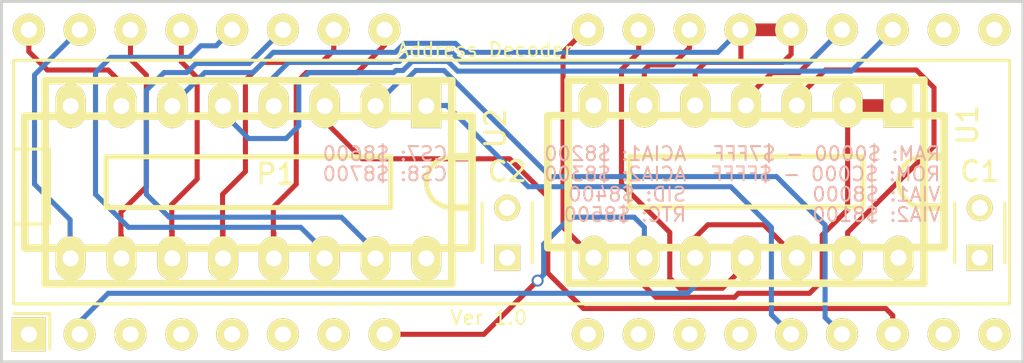
<source format=kicad_pcb>
(kicad_pcb (version 20171130) (host pcbnew "(5.1.12)-1")

  (general
    (thickness 1.6)
    (drawings 16)
    (tracks 261)
    (zones 0)
    (modules 5)
    (nets 34)
  )

  (page A4)
  (layers
    (0 F.Cu signal)
    (1 In1.Cu signal)
    (2 In2.Cu signal)
    (31 B.Cu signal)
    (33 F.Adhes user hide)
    (35 F.Paste user hide)
    (36 B.SilkS user hide)
    (37 F.SilkS user hide)
    (38 B.Mask user hide)
    (39 F.Mask user hide)
    (40 Dwgs.User user hide)
    (41 Cmts.User user hide)
    (42 Eco1.User user hide)
    (43 Eco2.User user hide)
    (44 Edge.Cuts user)
    (45 Margin user hide)
    (47 F.CrtYd user hide)
    (49 F.Fab user hide)
  )

  (setup
    (last_trace_width 0.25)
    (user_trace_width 0.254)
    (user_trace_width 0.381)
    (user_trace_width 0.635)
    (user_trace_width 0.762)
    (user_trace_width 1.27)
    (trace_clearance 0.2)
    (zone_clearance 0.308)
    (zone_45_only no)
    (trace_min 0.2)
    (via_size 0.6)
    (via_drill 0.4)
    (via_min_size 0.4)
    (via_min_drill 0.3)
    (uvia_size 0.3)
    (uvia_drill 0.1)
    (uvias_allowed no)
    (uvia_min_size 0.2)
    (uvia_min_drill 0.1)
    (edge_width 0.15)
    (segment_width 0.2)
    (pcb_text_width 0.3)
    (pcb_text_size 1.5 1.5)
    (mod_edge_width 0.15)
    (mod_text_size 1 1)
    (mod_text_width 0.15)
    (pad_size 1.524 1.524)
    (pad_drill 0.762)
    (pad_to_mask_clearance 0.2)
    (aux_axis_origin 0 0)
    (visible_elements 7FFEFFFF)
    (pcbplotparams
      (layerselection 0x010f0_80000007)
      (usegerberextensions true)
      (usegerberattributes true)
      (usegerberadvancedattributes true)
      (creategerberjobfile true)
      (excludeedgelayer true)
      (linewidth 0.100000)
      (plotframeref false)
      (viasonmask false)
      (mode 1)
      (useauxorigin false)
      (hpglpennumber 1)
      (hpglpenspeed 20)
      (hpglpendiameter 15.000000)
      (psnegative false)
      (psa4output false)
      (plotreference true)
      (plotvalue true)
      (plotinvisibletext false)
      (padsonsilk false)
      (subtractmaskfromsilk true)
      (outputformat 1)
      (mirror false)
      (drillshape 0)
      (scaleselection 1)
      (outputdirectory "Gerbers/"))
  )

  (net 0 "")
  (net 1 GND)
  (net 2 VCC)
  (net 3 "Net-(P1-Pad3)")
  (net 4 "Net-(P1-Pad4)")
  (net 5 "Net-(P1-Pad5)")
  (net 6 A8)
  (net 7 A9)
  (net 8 A10)
  (net 9 "Net-(P1-Pad12)")
  (net 10 "Net-(P1-Pad13)")
  (net 11 A13)
  (net 12 A14)
  (net 13 A15)
  (net 14 RW)
  (net 15 PHI2)
  (net 16 OE)
  (net 17 CS_VIA1)
  (net 18 CS_VIA2)
  (net 19 CS_ACIA1)
  (net 20 CS_ACIA2)
  (net 21 CS_SID)
  (net 22 CS_RTC)
  (net 23 CS7)
  (net 24 CS8)
  (net 25 WE)
  (net 26 ROM_CE)
  (net 27 "Net-(U1-Pad13)")
  (net 28 "Net-(P1-Pad6)")
  (net 29 "Net-(P1-Pad7)")
  (net 30 "Net-(P1-Pad14)")
  (net 31 "Net-(P1-Pad15)")
  (net 32 "Net-(P1-Pad19)")
  (net 33 "Net-(P1-Pad22)")

  (net_class Default "This is the default net class."
    (clearance 0.2)
    (trace_width 0.25)
    (via_dia 0.6)
    (via_drill 0.4)
    (uvia_dia 0.3)
    (uvia_drill 0.1)
    (add_net A10)
    (add_net A13)
    (add_net A14)
    (add_net A15)
    (add_net A8)
    (add_net A9)
    (add_net CS7)
    (add_net CS8)
    (add_net CS_ACIA1)
    (add_net CS_ACIA2)
    (add_net CS_RTC)
    (add_net CS_SID)
    (add_net CS_VIA1)
    (add_net CS_VIA2)
    (add_net GND)
    (add_net "Net-(P1-Pad12)")
    (add_net "Net-(P1-Pad13)")
    (add_net "Net-(P1-Pad14)")
    (add_net "Net-(P1-Pad15)")
    (add_net "Net-(P1-Pad19)")
    (add_net "Net-(P1-Pad22)")
    (add_net "Net-(P1-Pad3)")
    (add_net "Net-(P1-Pad4)")
    (add_net "Net-(P1-Pad5)")
    (add_net "Net-(P1-Pad6)")
    (add_net "Net-(P1-Pad7)")
    (add_net "Net-(U1-Pad13)")
    (add_net OE)
    (add_net PHI2)
    (add_net ROM_CE)
    (add_net RW)
    (add_net VCC)
    (add_net WE)
  )

  (module decoder_footprint (layer F.Cu) (tedit 573E7F44) (tstamp 0)
    (at 130.429 97.917)
    (descr "Support TEXTOOL Dil 40 pins, pads ronds, e=600 mils")
    (tags DEV)
    (path /56E61EEE)
    (fp_text reference P1 (at 12.319 -8.001) (layer F.SilkS)
      (effects (font (size 1 1) (thickness 0.15)))
    )
    (fp_text value CONN_02X20_DIP40 (at 24.1 -7.6) (layer F.Fab)
      (effects (font (size 1 1) (thickness 0.15)))
    )
    (fp_line (start -0.792 -1.504) (end -0.792 -13.696) (layer F.SilkS) (width 0.15))
    (fp_line (start 48.992 -1.504) (end -0.792 -1.504) (layer F.SilkS) (width 0.15))
    (fp_line (start 48.992 -13.696) (end 48.992 -1.504) (layer F.SilkS) (width 0.15))
    (fp_line (start -0.792 -13.696) (end 48.992 -13.696) (layer F.SilkS) (width 0.15))
    (fp_line (start 1 -5.5) (end -0.75 -5.5) (layer F.SilkS) (width 0.15))
    (fp_line (start 1 -9.25) (end 1 -5.5) (layer F.SilkS) (width 0.15))
    (fp_line (start -0.75 -9.25) (end 1 -9.25) (layer F.SilkS) (width 0.15))
    (fp_line (start 1.016 -1.016) (end -0.762 -1.016) (layer F.SilkS) (width 0.15))
    (fp_line (start 1.016 0.762) (end 1.016 -1.016) (layer F.SilkS) (width 0.15))
    (pad 1 thru_hole rect (at -0.03 0.02) (size 1.7 1.7) (drill 0.8) (layers *.Cu *.Mask F.SilkS)
      (net 2 VCC))
    (pad 2 thru_hole circle (at 2.51 0.02) (size 1.6 1.6) (drill 0.8) (layers *.Cu *.Mask F.SilkS)
      (net 15 PHI2))
    (pad 3 thru_hole circle (at 5.05 0.02) (size 1.6 1.6) (drill 0.8) (layers *.Cu *.Mask F.SilkS)
      (net 3 "Net-(P1-Pad3)"))
    (pad 4 thru_hole circle (at 7.59 0.02) (size 1.6 1.6) (drill 0.8) (layers *.Cu *.Mask F.SilkS)
      (net 4 "Net-(P1-Pad4)"))
    (pad 5 thru_hole circle (at 10.13 0.02) (size 1.6 1.6) (drill 0.8) (layers *.Cu *.Mask F.SilkS)
      (net 5 "Net-(P1-Pad5)"))
    (pad 6 thru_hole circle (at 12.67 0.02) (size 1.6 1.6) (drill 0.8) (layers *.Cu *.Mask F.SilkS)
      (net 28 "Net-(P1-Pad6)"))
    (pad 7 thru_hole circle (at 15.21 0.02) (size 1.6 1.6) (drill 0.8) (layers *.Cu *.Mask F.SilkS)
      (net 29 "Net-(P1-Pad7)"))
    (pad 8 thru_hole circle (at 17.75 0.02) (size 1.6 1.6) (drill 0.8) (layers *.Cu *.Mask F.SilkS)
      (net 14 RW))
    (pad 12 thru_hole circle (at 27.91 0.02) (size 1.6 1.6) (drill 0.8) (layers *.Cu *.Mask F.SilkS)
      (net 9 "Net-(P1-Pad12)"))
    (pad 13 thru_hole circle (at 30.45 0.02) (size 1.6 1.6) (drill 0.8) (layers *.Cu *.Mask F.SilkS)
      (net 10 "Net-(P1-Pad13)"))
    (pad 14 thru_hole circle (at 32.99 0.02) (size 1.6 1.6) (drill 0.8) (layers *.Cu *.Mask F.SilkS)
      (net 30 "Net-(P1-Pad14)"))
    (pad 15 thru_hole circle (at 35.53 0.02) (size 1.6 1.6) (drill 0.8) (layers *.Cu *.Mask F.SilkS)
      (net 31 "Net-(P1-Pad15)"))
    (pad 16 thru_hole circle (at 38.07 0.02) (size 1.6 1.6) (drill 0.8) (layers *.Cu *.Mask F.SilkS)
      (net 6 A8))
    (pad 17 thru_hole circle (at 40.61 0.02) (size 1.6 1.6) (drill 0.8) (layers *.Cu *.Mask F.SilkS)
      (net 7 A9))
    (pad 18 thru_hole circle (at 43.15 0.02) (size 1.6 1.6) (drill 0.8) (layers *.Cu *.Mask F.SilkS)
      (net 8 A10))
    (pad 19 thru_hole circle (at 45.69 0.02) (size 1.6 1.6) (drill 0.8) (layers *.Cu *.Mask F.SilkS)
      (net 32 "Net-(P1-Pad19)"))
    (pad 20 thru_hole circle (at 48.23 0.02) (size 1.6 1.6) (drill 0.8) (layers *.Cu *.Mask F.SilkS)
      (net 1 GND))
    (pad 21 thru_hole circle (at 48.23 -15.22) (size 1.6 1.6) (drill 0.8) (layers *.Cu *.Mask F.SilkS)
      (net 2 VCC))
    (pad 22 thru_hole circle (at 45.69 -15.22) (size 1.6 1.6) (drill 0.8) (layers *.Cu *.Mask F.SilkS)
      (net 33 "Net-(P1-Pad22)"))
    (pad 23 thru_hole circle (at 43.15 -15.22) (size 1.6 1.6) (drill 0.8) (layers *.Cu *.Mask F.SilkS)
      (net 11 A13))
    (pad 24 thru_hole circle (at 40.61 -15.22) (size 1.6 1.6) (drill 0.8) (layers *.Cu *.Mask F.SilkS)
      (net 12 A14))
    (pad 25 thru_hole circle (at 38.07 -15.22) (size 1.6 1.6) (drill 0.8) (layers *.Cu *.Mask F.SilkS)
      (net 13 A15))
    (pad 26 thru_hole circle (at 35.53 -15.22) (size 1.6 1.6) (drill 0.8) (layers *.Cu *.Mask F.SilkS)
      (net 13 A15))
    (pad 27 thru_hole circle (at 32.99 -15.22) (size 1.6 1.6) (drill 0.8) (layers *.Cu *.Mask F.SilkS)
      (net 26 ROM_CE))
    (pad 28 thru_hole circle (at 30.45 -15.22) (size 1.6 1.6) (drill 0.8) (layers *.Cu *.Mask F.SilkS)
      (net 25 WE))
    (pad 29 thru_hole circle (at 27.91 -15.22) (size 1.6 1.6) (drill 0.8) (layers *.Cu *.Mask F.SilkS)
      (net 16 OE))
    (pad 33 thru_hole circle (at 17.75 -15.22) (size 1.6 1.6) (drill 0.8) (layers *.Cu *.Mask F.SilkS)
      (net 19 CS_ACIA1))
    (pad 34 thru_hole circle (at 15.21 -15.22) (size 1.6 1.6) (drill 0.8) (layers *.Cu *.Mask F.SilkS)
      (net 20 CS_ACIA2))
    (pad 35 thru_hole circle (at 12.67 -15.22) (size 1.6 1.6) (drill 0.8) (layers *.Cu *.Mask F.SilkS)
      (net 17 CS_VIA1))
    (pad 36 thru_hole circle (at 10.13 -15.22) (size 1.6 1.6) (drill 0.8) (layers *.Cu *.Mask F.SilkS)
      (net 18 CS_VIA2))
    (pad 37 thru_hole circle (at 7.59 -15.22) (size 1.6 1.6) (drill 0.8) (layers *.Cu *.Mask F.SilkS)
      (net 21 CS_SID))
    (pad 38 thru_hole circle (at 5.05 -15.22) (size 1.6 1.6) (drill 0.8) (layers *.Cu *.Mask F.SilkS)
      (net 22 CS_RTC))
    (pad 39 thru_hole circle (at 2.51 -15.22) (size 1.6 1.6) (drill 0.8) (layers *.Cu *.Mask F.SilkS)
      (net 23 CS7))
    (pad 40 thru_hole circle (at -0.03 -15.22) (size 1.6 1.6) (drill 0.8) (layers *.Cu *.Mask F.SilkS)
      (net 24 CS8))
    (model Pin_Headers.3dshapes/Pin_Header_Straight_1x08.wrl
      (offset (xyz 8.889999866485596 15.23999977111816 -1.752599973678589))
      (scale (xyz 1 1 1))
      (rotate (xyz 180 0 0))
    )
    (model Pin_Headers.3dshapes/Pin_Header_Straight_1x08.wrl
      (offset (xyz 8.889999866485596 0 -1.752599973678589))
      (scale (xyz 1 1 1))
      (rotate (xyz 180 0 0))
    )
    (model Pin_Headers.3dshapes/Pin_Header_Straight_1x09.wrl
      (offset (xyz 38.09999942779541 15.23999977111816 -1.752599973678589))
      (scale (xyz 1 1 1))
      (rotate (xyz 180 0 0))
    )
    (model Pin_Headers.3dshapes/Pin_Header_Straight_1x09.wrl
      (offset (xyz 38.09999942779541 0 -1.752599973678589))
      (scale (xyz 1 1 1))
      (rotate (xyz 180 0 0))
    )
  )

  (module mod_pth_circuits:dil_16-300_socket (layer F.Cu) (tedit 573E3B38) (tstamp 573E3F33)
    (at 141.376 90.3224 180)
    (descr "IC, DIL16 x 0,3\", with socket")
    (tags DIL)
    (path /56E5FBCE)
    (fp_text reference U2 (at -12.3444 2.6924 270) (layer F.SilkS)
      (effects (font (size 1 1) (thickness 0.15)))
    )
    (fp_text value 74LS138N (at 0 6.604 180) (layer F.SilkS) hide
      (effects (font (size 1.524 1.143) (thickness 0.28575)))
    )
    (fp_line (start -11.176 3.302) (end -11.176 -3.302) (layer F.SilkS) (width 0.381))
    (fp_line (start 11.176 -3.302) (end 11.176 3.302) (layer F.SilkS) (width 0.381))
    (fp_line (start -10.16 5.08) (end -10.16 -5.08) (layer F.SilkS) (width 0.381))
    (fp_line (start 10.16 -5.08) (end 10.16 5.08) (layer F.SilkS) (width 0.381))
    (fp_line (start 7.112 1.27) (end 7.112 -1.27) (layer F.SilkS) (width 0.254))
    (fp_line (start -7.112 -1.27) (end -7.112 1.27) (layer F.SilkS) (width 0.254))
    (fp_line (start -10.16 -1.27) (end -11.176 -1.27) (layer F.SilkS) (width 0.381))
    (fp_line (start -10.16 1.27) (end -11.176 1.27) (layer F.SilkS) (width 0.381))
    (fp_line (start -11.176 -3.302) (end 11.176 -3.302) (layer F.SilkS) (width 0.381))
    (fp_line (start 11.176 3.302) (end -11.176 3.302) (layer F.SilkS) (width 0.381))
    (fp_line (start -10.16 5.08) (end 10.16 5.08) (layer F.SilkS) (width 0.381))
    (fp_line (start 10.16 -5.08) (end -10.16 -5.08) (layer F.SilkS) (width 0.381))
    (fp_line (start -7.112 -1.27) (end 7.112 -1.27) (layer F.SilkS) (width 0.254))
    (fp_line (start 7.112 1.27) (end -7.112 1.27) (layer F.SilkS) (width 0.254))
    (fp_arc (start -10.16 0) (end -10.16 -1.27) (angle 90) (layer F.SilkS) (width 0.254))
    (fp_arc (start -10.16 0) (end -8.89 0) (angle 90) (layer F.SilkS) (width 0.254))
    (pad 1 thru_hole rect (at -8.89 3.81 180) (size 1.50114 2.19964) (drill 0.8001) (layers *.Cu *.Mask F.SilkS)
      (net 6 A8))
    (pad 2 thru_hole oval (at -6.35 3.81 180) (size 1.50114 2.19964) (drill 0.8001) (layers *.Cu *.Mask F.SilkS)
      (net 7 A9))
    (pad 3 thru_hole oval (at -3.81 3.81 180) (size 1.50114 2.19964) (drill 0.8001) (layers *.Cu *.Mask F.SilkS)
      (net 8 A10))
    (pad 4 thru_hole oval (at -1.27 3.81 180) (size 1.50114 2.19964) (drill 0.8001) (layers *.Cu *.Mask F.SilkS)
      (net 12 A14))
    (pad 5 thru_hole oval (at 1.27 3.81 180) (size 1.50114 2.19964) (drill 0.8001) (layers *.Cu *.Mask F.SilkS)
      (net 11 A13))
    (pad 6 thru_hole oval (at 3.81 3.81 180) (size 1.50114 2.19964) (drill 0.8001) (layers *.Cu *.Mask F.SilkS)
      (net 13 A15))
    (pad 7 thru_hole oval (at 6.35 3.81 180) (size 1.50114 2.19964) (drill 0.8001) (layers *.Cu *.Mask F.SilkS)
      (net 24 CS8))
    (pad 8 thru_hole oval (at 8.89 3.81 180) (size 1.50114 2.19964) (drill 0.8001) (layers *.Cu *.Mask F.SilkS)
      (net 1 GND))
    (pad 9 thru_hole oval (at 8.89 -3.81 180) (size 1.50114 2.19964) (drill 0.8001) (layers *.Cu *.Mask F.SilkS)
      (net 23 CS7))
    (pad 10 thru_hole oval (at 6.35 -3.81 180) (size 1.50114 2.19964) (drill 0.8001) (layers *.Cu *.Mask F.SilkS)
      (net 22 CS_RTC))
    (pad 11 thru_hole oval (at 3.81 -3.81 180) (size 1.50114 2.19964) (drill 0.8001) (layers *.Cu *.Mask F.SilkS)
      (net 21 CS_SID))
    (pad 12 thru_hole oval (at 1.27 -3.81 180) (size 1.50114 2.19964) (drill 0.8001) (layers *.Cu *.Mask F.SilkS)
      (net 20 CS_ACIA2))
    (pad 13 thru_hole oval (at -1.27 -3.81 180) (size 1.50114 2.19964) (drill 0.8001) (layers *.Cu *.Mask F.SilkS)
      (net 19 CS_ACIA1))
    (pad 14 thru_hole oval (at -3.81 -3.81 180) (size 1.50114 2.19964) (drill 0.8001) (layers *.Cu *.Mask F.SilkS)
      (net 18 CS_VIA2))
    (pad 15 thru_hole oval (at -6.35 -3.81 180) (size 1.50114 2.19964) (drill 0.8001) (layers *.Cu *.Mask F.SilkS)
      (net 17 CS_VIA1))
    (pad 16 thru_hole oval (at -8.89 -3.81 180) (size 1.50114 2.19964) (drill 0.8001) (layers *.Cu *.Mask F.SilkS)
      (net 2 VCC))
    (model "../../../../../../Users/Stache/Documents/KiCad Projects/3DModels/3d_pth_circuits/walter/pth_circuits/dil_16-300_socket.wrl"
      (at (xyz 0 0 0))
      (scale (xyz 1 1 1))
      (rotate (xyz 0 0 0))
    )
  )

  (module mod_pth_circuits:dil_14-300_socket (layer F.Cu) (tedit 573E3ADF) (tstamp 573E3F12)
    (at 166.243 90.297 180)
    (descr "IC, DIL14 x 0,3\", with socket")
    (tags DIL)
    (path /56E5DDF2)
    (fp_text reference U1 (at -11.0744 2.8448 270) (layer F.SilkS)
      (effects (font (size 1 1) (thickness 0.15)))
    )
    (fp_text value 74LS00 (at 0 6.604 180) (layer F.SilkS) hide
      (effects (font (size 1.524 1.143) (thickness 0.28575)))
    )
    (fp_line (start -9.906 3.302) (end -9.906 -3.302) (layer F.SilkS) (width 0.381))
    (fp_line (start 9.906 -3.302) (end 9.906 3.302) (layer F.SilkS) (width 0.381))
    (fp_line (start -8.89 5.08) (end -8.89 -5.08) (layer F.SilkS) (width 0.381))
    (fp_line (start 8.89 -5.08) (end 8.89 5.08) (layer F.SilkS) (width 0.381))
    (fp_line (start 5.842 1.27) (end 5.842 -1.27) (layer F.SilkS) (width 0.254))
    (fp_line (start -5.842 -1.27) (end -5.842 1.27) (layer F.SilkS) (width 0.254))
    (fp_line (start -8.89 -1.27) (end -9.906 -1.27) (layer F.SilkS) (width 0.381))
    (fp_line (start -8.89 1.27) (end -9.906 1.27) (layer F.SilkS) (width 0.381))
    (fp_line (start -5.842 -1.27) (end 5.842 -1.27) (layer F.SilkS) (width 0.254))
    (fp_line (start 5.842 1.27) (end -5.842 1.27) (layer F.SilkS) (width 0.254))
    (fp_line (start -9.906 -3.302) (end 9.906 -3.302) (layer F.SilkS) (width 0.381))
    (fp_line (start 9.906 3.302) (end -9.906 3.302) (layer F.SilkS) (width 0.381))
    (fp_line (start -8.89 5.08) (end 8.89 5.08) (layer F.SilkS) (width 0.381))
    (fp_line (start 8.89 -5.08) (end -8.89 -5.08) (layer F.SilkS) (width 0.381))
    (fp_arc (start -8.89 0) (end -8.89 -1.27) (angle 90) (layer F.SilkS) (width 0.254))
    (fp_arc (start -8.89 0) (end -7.62 0) (angle 90) (layer F.SilkS) (width 0.254))
    (pad 1 thru_hole rect (at -7.62 3.81 180) (size 1.50114 2.19964) (drill 0.8001) (layers *.Cu *.Mask F.SilkS)
      (net 14 RW))
    (pad 2 thru_hole oval (at -5.08 3.81 180) (size 1.50114 2.19964) (drill 0.8001) (layers *.Cu *.Mask F.SilkS)
      (net 14 RW))
    (pad 3 thru_hole oval (at -2.54 3.81 180) (size 1.50114 2.19964) (drill 0.8001) (layers *.Cu *.Mask F.SilkS)
      (net 27 "Net-(U1-Pad13)"))
    (pad 4 thru_hole oval (at 0 3.81 180) (size 1.50114 2.19964) (drill 0.8001) (layers *.Cu *.Mask F.SilkS)
      (net 12 A14))
    (pad 5 thru_hole oval (at 2.54 3.81 180) (size 1.50114 2.19964) (drill 0.8001) (layers *.Cu *.Mask F.SilkS)
      (net 13 A15))
    (pad 6 thru_hole oval (at 5.08 3.81 180) (size 1.50114 2.19964) (drill 0.8001) (layers *.Cu *.Mask F.SilkS)
      (net 26 ROM_CE))
    (pad 7 thru_hole oval (at 7.62 3.81 180) (size 1.50114 2.19964) (drill 0.8001) (layers *.Cu *.Mask F.SilkS)
      (net 1 GND))
    (pad 8 thru_hole oval (at 7.62 -3.81 180) (size 1.50114 2.19964) (drill 0.8001) (layers *.Cu *.Mask F.SilkS)
      (net 16 OE))
    (pad 9 thru_hole oval (at 5.08 -3.81 180) (size 1.50114 2.19964) (drill 0.8001) (layers *.Cu *.Mask F.SilkS)
      (net 14 RW))
    (pad 10 thru_hole oval (at 2.54 -3.81 180) (size 1.50114 2.19964) (drill 0.8001) (layers *.Cu *.Mask F.SilkS)
      (net 15 PHI2))
    (pad 11 thru_hole oval (at 0 -3.81 180) (size 1.50114 2.19964) (drill 0.8001) (layers *.Cu *.Mask F.SilkS)
      (net 25 WE))
    (pad 12 thru_hole oval (at -2.54 -3.81 180) (size 1.50114 2.19964) (drill 0.8001) (layers *.Cu *.Mask F.SilkS)
      (net 15 PHI2))
    (pad 13 thru_hole oval (at -5.08 -3.81 180) (size 1.50114 2.19964) (drill 0.8001) (layers *.Cu *.Mask F.SilkS)
      (net 27 "Net-(U1-Pad13)"))
    (pad 14 thru_hole oval (at -7.62 -3.81 180) (size 1.50114 2.19964) (drill 0.8001) (layers *.Cu *.Mask F.SilkS)
      (net 2 VCC))
    (model "../../../../../../Users/Stache/Documents/KiCad Projects/3DModels/3d_pth_circuits/walter/pth_circuits/dil_14-300_socket.wrl"
      (at (xyz 0 0 0))
      (scale (xyz 1 1 1))
      (rotate (xyz 0 0 0))
    )
  )

  (module Capacitors_ThroughHole:C_Disc_D3_P2.5 (layer F.Cu) (tedit 0) (tstamp 0)
    (at 177.927 94.107 90)
    (descr "Capacitor 3mm Disc, Pitch 2.5mm")
    (tags Capacitor)
    (path /56E60E2C)
    (fp_text reference C1 (at 4.318 0 180) (layer F.SilkS)
      (effects (font (size 1 1) (thickness 0.15)))
    )
    (fp_text value .1uf (at 1.25 2.5 90) (layer F.Fab)
      (effects (font (size 1 1) (thickness 0.15)))
    )
    (fp_line (start 2.75 1.25) (end -0.25 1.25) (layer F.SilkS) (width 0.15))
    (fp_line (start -0.25 -1.25) (end 2.75 -1.25) (layer F.SilkS) (width 0.15))
    (fp_line (start -0.9 1.5) (end -0.9 -1.5) (layer F.CrtYd) (width 0.05))
    (fp_line (start 3.4 1.5) (end -0.9 1.5) (layer F.CrtYd) (width 0.05))
    (fp_line (start 3.4 -1.5) (end 3.4 1.5) (layer F.CrtYd) (width 0.05))
    (fp_line (start -0.9 -1.5) (end 3.4 -1.5) (layer F.CrtYd) (width 0.05))
    (pad 1 thru_hole rect (at 0 0 90) (size 1.3 1.3) (drill 0.8) (layers *.Cu *.Mask F.SilkS)
      (net 1 GND))
    (pad 2 thru_hole circle (at 2.5 0 90) (size 1.3 1.3) (drill 0.8001) (layers *.Cu *.Mask F.SilkS)
      (net 2 VCC))
    (model Capacitors_ThroughHole.3dshapes/C_Disc_D3_P2.5.wrl
      (offset (xyz 1.250000021226883 0 0))
      (scale (xyz 1 1 1))
      (rotate (xyz 0 0 0))
    )
  )

  (module Capacitors_ThroughHole:C_Disc_D3_P2.5 (layer F.Cu) (tedit 0) (tstamp 56E4949B)
    (at 154.305 94.107 90)
    (descr "Capacitor 3mm Disc, Pitch 2.5mm")
    (tags Capacitor)
    (path /56E631A3)
    (fp_text reference C2 (at 4.318 0 180) (layer F.SilkS)
      (effects (font (size 1 1) (thickness 0.15)))
    )
    (fp_text value .1uf (at 1.25 2.5 90) (layer F.Fab)
      (effects (font (size 1 1) (thickness 0.15)))
    )
    (fp_line (start 2.75 1.25) (end -0.25 1.25) (layer F.SilkS) (width 0.15))
    (fp_line (start -0.25 -1.25) (end 2.75 -1.25) (layer F.SilkS) (width 0.15))
    (fp_line (start -0.9 1.5) (end -0.9 -1.5) (layer F.CrtYd) (width 0.05))
    (fp_line (start 3.4 1.5) (end -0.9 1.5) (layer F.CrtYd) (width 0.05))
    (fp_line (start 3.4 -1.5) (end 3.4 1.5) (layer F.CrtYd) (width 0.05))
    (fp_line (start -0.9 -1.5) (end 3.4 -1.5) (layer F.CrtYd) (width 0.05))
    (pad 1 thru_hole rect (at 0 0 90) (size 1.3 1.3) (drill 0.8) (layers *.Cu *.Mask F.SilkS)
      (net 2 VCC))
    (pad 2 thru_hole circle (at 2.5 0 90) (size 1.3 1.3) (drill 0.8001) (layers *.Cu *.Mask F.SilkS)
      (net 1 GND))
    (model Capacitors_ThroughHole.3dshapes/C_Disc_D3_P2.5.wrl
      (offset (xyz 1.250000021226883 0 0))
      (scale (xyz 1 1 1))
      (rotate (xyz 0 0 0))
    )
  )

  (gr_text "Ver 1.0" (at 153.3906 97.1042) (layer F.SilkS)
    (effects (font (size 0.7 0.7) (thickness 0.1)))
  )
  (gr_text "Address Decoder" (at 153.1874 83.693) (layer F.SilkS)
    (effects (font (size 0.7 0.7) (thickness 0.1)))
  )
  (gr_text "CS8: $8700" (at 151.384 89.916) (layer B.SilkS)
    (effects (font (size 0.7 0.7) (thickness 0.1)) (justify left mirror))
  )
  (gr_text "CS7: $8600" (at 151.384 88.9) (layer B.SilkS)
    (effects (font (size 0.7 0.7) (thickness 0.1)) (justify left mirror))
  )
  (gr_text "RTC: $8500" (at 163.322 91.948) (layer B.SilkS)
    (effects (font (size 0.7 0.7) (thickness 0.1)) (justify left mirror))
  )
  (gr_text "SID: $8400" (at 163.322 90.932) (layer B.SilkS)
    (effects (font (size 0.7 0.7) (thickness 0.1)) (justify left mirror))
  )
  (gr_text "ACIA2: $8300" (at 163.322 89.916) (layer B.SilkS)
    (effects (font (size 0.7 0.7) (thickness 0.1)) (justify left mirror))
  )
  (gr_text "ACIA1: $8200" (at 163.322 88.9) (layer B.SilkS)
    (effects (font (size 0.7 0.7) (thickness 0.1)) (justify left mirror))
  )
  (gr_text "VIA2: $8100" (at 176.022 91.948) (layer B.SilkS)
    (effects (font (size 0.7 0.7) (thickness 0.1)) (justify left mirror))
  )
  (gr_text "VIA1: $8000" (at 176.022 90.932) (layer B.SilkS)
    (effects (font (size 0.7 0.7) (thickness 0.1)) (justify left mirror))
  )
  (gr_text "ROM: $C000 - $FFFF" (at 176.022 89.916) (layer B.SilkS)
    (effects (font (size 0.7 0.7) (thickness 0.1)) (justify left mirror))
  )
  (gr_text "RAM: $0000 - $7FFF\n" (at 176.022 88.9) (layer B.SilkS)
    (effects (font (size 0.7 0.7) (thickness 0.1)) (justify left mirror))
  )
  (gr_line (start 129.032 99.314) (end 129.032 81.28) (angle 90) (layer Edge.Cuts) (width 0.15))
  (gr_line (start 180.086 99.314) (end 129.032 99.314) (angle 90) (layer Edge.Cuts) (width 0.15))
  (gr_line (start 180.086 81.28) (end 180.086 99.314) (angle 90) (layer Edge.Cuts) (width 0.15))
  (gr_line (start 129.032 81.28) (end 180.086 81.28) (angle 90) (layer Edge.Cuts) (width 0.15))

  (segment (start 158.623 86.487) (end 157.5473 86.487) (width 0.25) (layer In2.Cu) (net 1))
  (segment (start 132.486 86.5124) (end 133.5617 86.5124) (width 0.25) (layer In2.Cu) (net 1))
  (segment (start 133.5617 86.5124) (end 133.5617 87.0502) (width 0.25) (layer In2.Cu) (net 1))
  (segment (start 133.5617 87.0502) (end 134.4638 87.9523) (width 0.25) (layer In2.Cu) (net 1))
  (segment (start 134.4638 87.9523) (end 156.082 87.9523) (width 0.25) (layer In2.Cu) (net 1))
  (segment (start 156.082 87.9523) (end 157.5473 86.487) (width 0.25) (layer In2.Cu) (net 1))
  (segment (start 177.927 94.107) (end 176.9519 94.107) (width 0.25) (layer In2.Cu) (net 1))
  (segment (start 154.305 91.607) (end 174.4519 91.607) (width 0.25) (layer In2.Cu) (net 1))
  (segment (start 174.4519 91.607) (end 176.9519 94.107) (width 0.25) (layer In2.Cu) (net 1))
  (segment (start 177.927 94.107) (end 177.927 95.0821) (width 0.25) (layer In1.Cu) (net 1))
  (segment (start 177.927 95.0821) (end 178.659 95.8141) (width 0.25) (layer In1.Cu) (net 1))
  (segment (start 178.659 95.8141) (end 178.659 97.937) (width 0.25) (layer In1.Cu) (net 1))
  (segment (start 158.623 86.487) (end 158.623 87.912) (width 0.25) (layer In1.Cu) (net 1))
  (segment (start 154.305 91.607) (end 158 87.912) (width 0.25) (layer In1.Cu) (net 1))
  (segment (start 158 87.912) (end 158.623 87.912) (width 0.25) (layer In1.Cu) (net 1))
  (segment (start 130.399 97.937) (end 131.5741 97.937) (width 0.25) (layer In2.Cu) (net 2))
  (segment (start 150.266 94.1324) (end 149.1903 94.1324) (width 0.25) (layer In2.Cu) (net 2))
  (segment (start 149.1903 94.1324) (end 149.1903 94.6702) (width 0.25) (layer In2.Cu) (net 2))
  (segment (start 149.1903 94.6702) (end 147.0986 96.7619) (width 0.25) (layer In2.Cu) (net 2))
  (segment (start 147.0986 96.7619) (end 132.4553 96.7619) (width 0.25) (layer In2.Cu) (net 2))
  (segment (start 132.4553 96.7619) (end 131.5741 97.6431) (width 0.25) (layer In2.Cu) (net 2))
  (segment (start 131.5741 97.6431) (end 131.5741 97.937) (width 0.25) (layer In2.Cu) (net 2))
  (segment (start 173.863 94.107) (end 172.7873 94.107) (width 0.25) (layer In2.Cu) (net 2))
  (segment (start 154.305 94.107) (end 155.2801 94.107) (width 0.25) (layer In2.Cu) (net 2))
  (segment (start 155.2801 94.107) (end 156.7192 92.6679) (width 0.25) (layer In2.Cu) (net 2))
  (segment (start 156.7192 92.6679) (end 171.8451 92.6679) (width 0.25) (layer In2.Cu) (net 2))
  (segment (start 171.8451 92.6679) (end 172.7873 93.6101) (width 0.25) (layer In2.Cu) (net 2))
  (segment (start 172.7873 93.6101) (end 172.7873 94.107) (width 0.25) (layer In2.Cu) (net 2))
  (segment (start 177.927 91.607) (end 177.927 83.429) (width 0.25) (layer In1.Cu) (net 2))
  (segment (start 177.927 83.429) (end 178.659 82.697) (width 0.25) (layer In1.Cu) (net 2))
  (segment (start 177.927 91.607) (end 177.4387 91.607) (width 0.25) (layer In1.Cu) (net 2))
  (segment (start 177.4387 91.607) (end 174.9387 94.107) (width 0.25) (layer In1.Cu) (net 2))
  (segment (start 173.863 94.107) (end 174.9387 94.107) (width 0.25) (layer In1.Cu) (net 2))
  (segment (start 150.266 94.1324) (end 151.3417 94.1324) (width 0.25) (layer In1.Cu) (net 2))
  (segment (start 154.305 94.107) (end 151.3671 94.107) (width 0.25) (layer In1.Cu) (net 2))
  (segment (start 151.3671 94.107) (end 151.3417 94.1324) (width 0.25) (layer In1.Cu) (net 2))
  (segment (start 150.2914 86.487) (end 150.266 86.5124) (width 0.25) (layer B.Cu) (net 6))
  (segment (start 150.2914 86.487) (end 151.295 86.487) (width 0.254) (layer B.Cu) (net 6))
  (segment (start 151.295 86.487) (end 155.359 90.551) (width 0.254) (layer B.Cu) (net 6))
  (segment (start 155.359 90.551) (end 165.481 90.551) (width 0.254) (layer B.Cu) (net 6))
  (segment (start 165.481 90.551) (end 167.513 92.583) (width 0.254) (layer B.Cu) (net 6))
  (segment (start 167.513 92.583) (end 167.513 96.951) (width 0.254) (layer B.Cu) (net 6))
  (segment (start 167.513 96.951) (end 168.499 97.937) (width 0.254) (layer B.Cu) (net 6))
  (segment (start 150.241 86.487) (end 150.2914 86.487) (width 0.254) (layer B.Cu) (net 6))
  (segment (start 147.726 86.462) (end 147.726 86.5124) (width 0.25) (layer B.Cu) (net 7))
  (segment (start 147.726 86.462) (end 148.971 85.217) (width 0.25) (layer B.Cu) (net 7))
  (segment (start 148.971 85.217) (end 148.971 85.184) (width 0.25) (layer B.Cu) (net 7))
  (segment (start 148.971 85.184) (end 149.283 85.184) (width 0.25) (layer B.Cu) (net 7))
  (segment (start 149.283 85.184) (end 149.631 84.836) (width 0.25) (layer B.Cu) (net 7))
  (segment (start 149.631 84.836) (end 149.733 84.7344) (width 0.25) (layer B.Cu) (net 7))
  (segment (start 149.733 84.7344) (end 151.155 84.7344) (width 0.25) (layer B.Cu) (net 7))
  (segment (start 151.155 84.7344) (end 151.433 85.012) (width 0.25) (layer B.Cu) (net 7))
  (segment (start 147.701 86.487) (end 147.726 86.462) (width 0.25) (layer B.Cu) (net 7))
  (segment (start 151.433 85.012) (end 156.464 90.043) (width 0.254) (layer B.Cu) (net 7))
  (segment (start 156.464 90.043) (end 167.767 90.043) (width 0.254) (layer B.Cu) (net 7))
  (segment (start 167.767 90.043) (end 170.196 92.472) (width 0.254) (layer B.Cu) (net 7))
  (segment (start 170.196 92.472) (end 170.196 97.094) (width 0.254) (layer B.Cu) (net 7))
  (segment (start 170.196 97.094) (end 171.039 97.937) (width 0.254) (layer B.Cu) (net 7))
  (segment (start 145.161 86.868) (end 145.186 86.843) (width 0.25) (layer F.Cu) (net 8))
  (segment (start 145.186 86.843) (end 145.186 86.5124) (width 0.25) (layer F.Cu) (net 8))
  (segment (start 145.161 86.868) (end 145.161 87.249) (width 0.254) (layer F.Cu) (net 8))
  (segment (start 145.161 87.249) (end 147.066 89.154) (width 0.254) (layer F.Cu) (net 8))
  (segment (start 147.066 89.154) (end 154.432 89.154) (width 0.254) (layer F.Cu) (net 8))
  (segment (start 154.432 89.154) (end 156.337 91.059) (width 0.254) (layer F.Cu) (net 8))
  (segment (start 156.337 91.059) (end 156.337 94.869) (width 0.254) (layer F.Cu) (net 8))
  (segment (start 156.337 94.869) (end 158.115 96.647) (width 0.254) (layer F.Cu) (net 8))
  (segment (start 158.115 96.647) (end 173.228 96.647) (width 0.254) (layer F.Cu) (net 8))
  (segment (start 173.228 96.647) (end 173.579 96.998) (width 0.254) (layer F.Cu) (net 8))
  (segment (start 173.579 96.998) (end 173.579 97.937) (width 0.254) (layer F.Cu) (net 8))
  (segment (start 145.161 86.487) (end 145.161 86.868) (width 0.254) (layer F.Cu) (net 8))
  (segment (start 140.081 86.662) (end 140.106 86.637) (width 0.25) (layer B.Cu) (net 11))
  (segment (start 140.106 86.637) (end 140.106 86.5124) (width 0.25) (layer B.Cu) (net 11))
  (segment (start 140.081 86.662) (end 140.081 86.487) (width 0.254) (layer B.Cu) (net 11))
  (segment (start 173.579 82.697) (end 171.511 84.765) (width 0.254) (layer B.Cu) (net 11))
  (segment (start 171.511 84.765) (end 151.828 84.765) (width 0.254) (layer B.Cu) (net 11))
  (segment (start 151.828 84.765) (end 151.345 84.2824) (width 0.254) (layer B.Cu) (net 11))
  (segment (start 151.345 84.2824) (end 149.546 84.2824) (width 0.254) (layer B.Cu) (net 11))
  (segment (start 149.546 84.2824) (end 149.096 84.732) (width 0.254) (layer B.Cu) (net 11))
  (segment (start 149.096 84.732) (end 148.741 84.732) (width 0.254) (layer B.Cu) (net 11))
  (segment (start 148.741 84.732) (end 148.637 84.836) (width 0.254) (layer B.Cu) (net 11))
  (segment (start 148.637 84.836) (end 144.399 84.836) (width 0.254) (layer B.Cu) (net 11))
  (segment (start 144.399 84.836) (end 143.891 85.344) (width 0.254) (layer B.Cu) (net 11))
  (segment (start 143.891 85.344) (end 143.891 87.503) (width 0.254) (layer B.Cu) (net 11))
  (segment (start 143.891 87.503) (end 143.256 88.138) (width 0.254) (layer B.Cu) (net 11))
  (segment (start 143.256 88.138) (end 141.382 88.138) (width 0.254) (layer B.Cu) (net 11))
  (segment (start 141.382 88.138) (end 140.081 86.837) (width 0.254) (layer B.Cu) (net 11))
  (segment (start 140.081 86.837) (end 140.081 86.662) (width 0.254) (layer B.Cu) (net 11))
  (segment (start 142.621 85.785) (end 142.646 85.81) (width 0.25) (layer B.Cu) (net 12))
  (segment (start 142.646 85.81) (end 142.646 86.5124) (width 0.25) (layer B.Cu) (net 12))
  (segment (start 142.621 85.785) (end 142.621 86.487) (width 0.254) (layer B.Cu) (net 12))
  (segment (start 171.039 82.697) (end 169.425 84.311) (width 0.254) (layer B.Cu) (net 12))
  (segment (start 169.425 84.311) (end 152.016 84.311) (width 0.254) (layer B.Cu) (net 12))
  (segment (start 152.016 84.311) (end 151.534 83.8284) (width 0.254) (layer B.Cu) (net 12))
  (segment (start 151.534 83.8284) (end 149.358 83.8284) (width 0.254) (layer B.Cu) (net 12))
  (segment (start 149.358 83.8284) (end 148.908 84.278) (width 0.254) (layer B.Cu) (net 12))
  (segment (start 148.908 84.278) (end 148.552 84.278) (width 0.254) (layer B.Cu) (net 12))
  (segment (start 148.552 84.278) (end 148.502 84.328) (width 0.254) (layer B.Cu) (net 12))
  (segment (start 148.502 84.328) (end 143.376 84.328) (width 0.254) (layer B.Cu) (net 12))
  (segment (start 143.376 84.328) (end 142.621 85.083) (width 0.254) (layer B.Cu) (net 12))
  (segment (start 142.621 85.083) (end 142.621 85.785) (width 0.254) (layer B.Cu) (net 12))
  (segment (start 166.243 86.487) (end 166.243 86.137) (width 0.254) (layer F.Cu) (net 12))
  (segment (start 166.243 86.137) (end 167.544 84.836) (width 0.254) (layer F.Cu) (net 12))
  (segment (start 167.544 84.836) (end 168.9 84.836) (width 0.254) (layer F.Cu) (net 12))
  (segment (start 168.9 84.836) (end 171.039 82.697) (width 0.254) (layer F.Cu) (net 12))
  (segment (start 137.566 86.462) (end 137.566 86.5124) (width 0.25) (layer B.Cu) (net 13))
  (segment (start 165.959 82.697) (end 164.832 83.824) (width 0.254) (layer B.Cu) (net 13))
  (segment (start 164.832 83.824) (end 152.171 83.824) (width 0.254) (layer B.Cu) (net 13))
  (segment (start 152.171 83.824) (end 151.722 83.3744) (width 0.254) (layer B.Cu) (net 13))
  (segment (start 151.722 83.3744) (end 149.17 83.3744) (width 0.254) (layer B.Cu) (net 13))
  (segment (start 149.17 83.3744) (end 148.72 83.824) (width 0.254) (layer B.Cu) (net 13))
  (segment (start 148.72 83.824) (end 142.617 83.824) (width 0.254) (layer B.Cu) (net 13))
  (segment (start 142.617 83.824) (end 141.605 84.836) (width 0.254) (layer B.Cu) (net 13))
  (segment (start 141.605 84.836) (end 139.192 84.836) (width 0.254) (layer B.Cu) (net 13))
  (segment (start 139.192 84.836) (end 137.566 86.462) (width 0.254) (layer B.Cu) (net 13))
  (segment (start 137.566 86.462) (end 137.541 86.487) (width 0.254) (layer B.Cu) (net 13))
  (segment (start 165.989 84.328) (end 164.211 84.328) (width 0.254) (layer F.Cu) (net 13))
  (segment (start 164.211 84.328) (end 163.703 84.836) (width 0.254) (layer F.Cu) (net 13))
  (segment (start 163.703 84.836) (end 163.703 85.598) (width 0.254) (layer F.Cu) (net 13))
  (segment (start 168.499 82.697) (end 168.499 83.917) (width 0.254) (layer F.Cu) (net 13))
  (segment (start 168.499 83.917) (end 168.088 84.328) (width 0.254) (layer F.Cu) (net 13))
  (segment (start 168.088 84.328) (end 165.989 84.328) (width 0.254) (layer F.Cu) (net 13))
  (segment (start 163.703 85.598) (end 163.703 86.487) (width 0.254) (layer F.Cu) (net 13))
  (segment (start 163.703 86.487) (end 163.703 85.598) (width 0.254) (layer F.Cu) (net 13))
  (segment (start 165.989 84.328) (end 165.989 82.727) (width 0.254) (layer F.Cu) (net 13))
  (segment (start 165.989 82.727) (end 165.959 82.697) (width 0.254) (layer F.Cu) (net 13))
  (segment (start 165.959 82.697) (end 168.499 82.697) (width 0.635) (layer F.Cu) (net 13))
  (segment (start 161.163 95.123) (end 161.163 95.511) (width 0.254) (layer F.Cu) (net 14))
  (segment (start 161.163 95.511) (end 161.737 96.085) (width 0.254) (layer F.Cu) (net 14))
  (segment (start 161.737 96.085) (end 165.669 96.085) (width 0.254) (layer F.Cu) (net 14))
  (segment (start 165.669 96.085) (end 165.869 95.885) (width 0.254) (layer F.Cu) (net 14))
  (segment (start 165.869 95.885) (end 169.418 95.885) (width 0.254) (layer F.Cu) (net 14))
  (segment (start 169.418 95.885) (end 170.053 95.25) (width 0.254) (layer F.Cu) (net 14))
  (segment (start 170.053 95.25) (end 170.053 92.964) (width 0.254) (layer F.Cu) (net 14))
  (segment (start 170.053 92.964) (end 171.323 91.694) (width 0.254) (layer F.Cu) (net 14))
  (segment (start 171.323 91.694) (end 171.323 86.487) (width 0.254) (layer F.Cu) (net 14))
  (segment (start 161.163 94.107) (end 161.163 95.123) (width 0.254) (layer F.Cu) (net 14))
  (segment (start 148.179 97.937) (end 153.142 97.937) (width 0.254) (layer F.Cu) (net 14))
  (segment (start 153.142 97.937) (end 155.829 95.25) (width 0.254) (layer F.Cu) (net 14))
  (segment (start 155.829 95.25) (end 156.129 94.95) (width 0.254) (layer B.Cu) (net 14))
  (segment (start 156.129 94.95) (end 156.129 93.426) (width 0.254) (layer B.Cu) (net 14))
  (segment (start 156.129 93.426) (end 157.48 92.075) (width 0.254) (layer B.Cu) (net 14))
  (segment (start 157.48 92.075) (end 160.655 92.075) (width 0.254) (layer B.Cu) (net 14))
  (segment (start 160.655 92.075) (end 161.163 92.583) (width 0.254) (layer B.Cu) (net 14))
  (segment (start 161.163 92.583) (end 161.163 94.107) (width 0.254) (layer B.Cu) (net 14))
  (segment (start 171.323 86.487) (end 173.863 86.487) (width 0.635) (layer F.Cu) (net 14))
  (segment (start 161.163 94.107) (end 161.163 95.123) (width 0.254) (layer F.Cu) (net 14))
  (via (at 155.829 95.25) (size 0.6) (layers F.Cu B.Cu) (net 14))
  (segment (start 132.939 97.937) (end 132.939 97.312) (width 0.254) (layer B.Cu) (net 15))
  (segment (start 132.939 97.312) (end 134.366 95.885) (width 0.254) (layer B.Cu) (net 15))
  (segment (start 134.366 95.885) (end 163.322 95.885) (width 0.254) (layer B.Cu) (net 15))
  (segment (start 163.322 95.885) (end 163.703 95.504) (width 0.254) (layer B.Cu) (net 15))
  (segment (start 163.703 95.504) (end 163.703 94.107) (width 0.254) (layer B.Cu) (net 15))
  (segment (start 168.783 95.25) (end 168.783 94.107) (width 0.254) (layer F.Cu) (net 15))
  (segment (start 163.703 94.107) (end 163.703 95.123) (width 0.254) (layer F.Cu) (net 15))
  (segment (start 163.703 94.107) (end 163.703 93.091) (width 0.254) (layer F.Cu) (net 15))
  (segment (start 163.703 93.091) (end 164.338 92.456) (width 0.254) (layer F.Cu) (net 15))
  (segment (start 164.338 92.456) (end 167.132 92.456) (width 0.254) (layer F.Cu) (net 15))
  (segment (start 167.132 92.456) (end 168.783 94.107) (width 0.254) (layer F.Cu) (net 15))
  (segment (start 158.339 82.697) (end 158.222 82.697) (width 0.254) (layer F.Cu) (net 16))
  (segment (start 158.222 82.697) (end 157.099 83.82) (width 0.254) (layer F.Cu) (net 16))
  (segment (start 157.099 83.82) (end 157.099 92.583) (width 0.254) (layer F.Cu) (net 16))
  (segment (start 157.099 92.583) (end 158.623 94.107) (width 0.254) (layer F.Cu) (net 16))
  (segment (start 147.701 93.932) (end 147.726 93.957) (width 0.25) (layer B.Cu) (net 17))
  (segment (start 147.726 93.957) (end 147.726 94.1324) (width 0.25) (layer B.Cu) (net 17))
  (segment (start 147.701 93.932) (end 147.701 94.107) (width 0.254) (layer B.Cu) (net 17))
  (segment (start 143.099 82.697) (end 141.414 84.382) (width 0.254) (layer B.Cu) (net 17))
  (segment (start 141.414 84.382) (end 138.75 84.382) (width 0.254) (layer B.Cu) (net 17))
  (segment (start 138.75 84.382) (end 138.296 84.836) (width 0.254) (layer B.Cu) (net 17))
  (segment (start 138.296 84.836) (end 137.16 84.836) (width 0.254) (layer B.Cu) (net 17))
  (segment (start 137.16 84.836) (end 136.271 85.725) (width 0.254) (layer B.Cu) (net 17))
  (segment (start 136.271 85.725) (end 136.271 90.932) (width 0.254) (layer B.Cu) (net 17))
  (segment (start 136.271 90.932) (end 137.414 92.075) (width 0.254) (layer B.Cu) (net 17))
  (segment (start 137.414 92.075) (end 146.019 92.075) (width 0.254) (layer B.Cu) (net 17))
  (segment (start 146.019 92.075) (end 147.701 93.757) (width 0.254) (layer B.Cu) (net 17))
  (segment (start 147.701 93.757) (end 147.701 93.932) (width 0.254) (layer B.Cu) (net 17))
  (segment (start 145.161 93.932) (end 145.186 93.957) (width 0.25) (layer B.Cu) (net 18))
  (segment (start 145.186 93.957) (end 145.186 94.1324) (width 0.25) (layer B.Cu) (net 18))
  (segment (start 145.161 93.932) (end 145.161 94.107) (width 0.254) (layer B.Cu) (net 18))
  (segment (start 140.559 82.697) (end 139.759 83.497) (width 0.254) (layer B.Cu) (net 18))
  (segment (start 139.759 83.497) (end 138.993 83.497) (width 0.254) (layer B.Cu) (net 18))
  (segment (start 138.993 83.497) (end 138.416 84.074) (width 0.254) (layer B.Cu) (net 18))
  (segment (start 138.416 84.074) (end 134.493 84.074) (width 0.254) (layer B.Cu) (net 18))
  (segment (start 134.493 84.074) (end 133.731 84.836) (width 0.254) (layer B.Cu) (net 18))
  (segment (start 133.731 84.836) (end 133.731 90.932) (width 0.254) (layer B.Cu) (net 18))
  (segment (start 133.731 90.932) (end 135.382 92.583) (width 0.254) (layer B.Cu) (net 18))
  (segment (start 135.382 92.583) (end 143.987 92.583) (width 0.254) (layer B.Cu) (net 18))
  (segment (start 143.987 92.583) (end 145.161 93.757) (width 0.254) (layer B.Cu) (net 18))
  (segment (start 145.161 93.757) (end 145.161 93.932) (width 0.254) (layer B.Cu) (net 18))
  (segment (start 140.559 82.697) (end 140.442 82.697) (width 0.254) (layer B.Cu) (net 18))
  (segment (start 142.621 92.837) (end 142.646 92.862) (width 0.25) (layer F.Cu) (net 19))
  (segment (start 142.646 92.862) (end 142.646 94.1324) (width 0.25) (layer F.Cu) (net 19))
  (segment (start 142.621 92.837) (end 142.621 94.107) (width 0.254) (layer F.Cu) (net 19))
  (segment (start 148.179 82.697) (end 148.179 83.469) (width 0.254) (layer F.Cu) (net 19))
  (segment (start 148.179 83.469) (end 146.812 84.836) (width 0.254) (layer F.Cu) (net 19))
  (segment (start 146.812 84.836) (end 144.272 84.836) (width 0.254) (layer F.Cu) (net 19))
  (segment (start 144.272 84.836) (end 143.764 85.344) (width 0.254) (layer F.Cu) (net 19))
  (segment (start 143.764 85.344) (end 143.764 90.424) (width 0.254) (layer F.Cu) (net 19))
  (segment (start 143.764 90.424) (end 142.621 91.567) (width 0.254) (layer F.Cu) (net 19))
  (segment (start 142.621 91.567) (end 142.621 92.837) (width 0.254) (layer F.Cu) (net 19))
  (segment (start 140.081 92.5195) (end 140.106 92.5445) (width 0.25) (layer F.Cu) (net 20))
  (segment (start 140.106 92.5445) (end 140.106 94.1324) (width 0.25) (layer F.Cu) (net 20))
  (segment (start 140.081 92.5195) (end 140.081 94.107) (width 0.254) (layer F.Cu) (net 20))
  (segment (start 145.639 82.697) (end 145.639 83.723) (width 0.254) (layer F.Cu) (net 20))
  (segment (start 145.639 83.723) (end 145.034 84.328) (width 0.254) (layer F.Cu) (net 20))
  (segment (start 145.034 84.328) (end 142.113 84.328) (width 0.254) (layer F.Cu) (net 20))
  (segment (start 142.113 84.328) (end 141.224 85.217) (width 0.254) (layer F.Cu) (net 20))
  (segment (start 141.224 85.217) (end 141.224 89.789) (width 0.254) (layer F.Cu) (net 20))
  (segment (start 141.224 89.789) (end 140.081 90.932) (width 0.254) (layer F.Cu) (net 20))
  (segment (start 140.081 90.932) (end 140.081 92.5195) (width 0.254) (layer F.Cu) (net 20))
  (segment (start 137.541 92.7735) (end 137.566 92.7985) (width 0.25) (layer F.Cu) (net 21))
  (segment (start 137.566 92.7985) (end 137.566 94.1324) (width 0.25) (layer F.Cu) (net 21))
  (segment (start 137.541 92.7735) (end 137.541 94.107) (width 0.254) (layer F.Cu) (net 21))
  (segment (start 138.019 82.697) (end 138.019 84.298) (width 0.254) (layer F.Cu) (net 21))
  (segment (start 138.019 84.298) (end 138.811 85.09) (width 0.254) (layer F.Cu) (net 21))
  (segment (start 138.811 85.09) (end 138.811 90.17) (width 0.254) (layer F.Cu) (net 21))
  (segment (start 138.811 90.17) (end 137.541 91.44) (width 0.254) (layer F.Cu) (net 21))
  (segment (start 137.541 91.44) (end 137.541 92.7735) (width 0.254) (layer F.Cu) (net 21))
  (segment (start 135.001 92.964) (end 135.026 92.989) (width 0.25) (layer F.Cu) (net 22))
  (segment (start 135.026 92.989) (end 135.026 94.1324) (width 0.25) (layer F.Cu) (net 22))
  (segment (start 135.001 92.964) (end 135.001 94.107) (width 0.254) (layer F.Cu) (net 22))
  (segment (start 135.479 82.697) (end 135.479 84.171) (width 0.254) (layer F.Cu) (net 22))
  (segment (start 135.479 84.171) (end 136.271 84.963) (width 0.254) (layer F.Cu) (net 22))
  (segment (start 136.271 84.963) (end 136.271 90.551) (width 0.254) (layer F.Cu) (net 22))
  (segment (start 136.271 90.551) (end 135.001 91.821) (width 0.254) (layer F.Cu) (net 22))
  (segment (start 135.001 91.821) (end 135.001 92.964) (width 0.254) (layer F.Cu) (net 22))
  (segment (start 132.461 93.1545) (end 132.486 93.1795) (width 0.25) (layer B.Cu) (net 23))
  (segment (start 132.486 93.1795) (end 132.486 94.1324) (width 0.25) (layer B.Cu) (net 23))
  (segment (start 132.461 93.1545) (end 132.461 92.202) (width 0.254) (layer B.Cu) (net 23))
  (segment (start 132.461 92.202) (end 130.683 90.424) (width 0.254) (layer B.Cu) (net 23))
  (segment (start 130.683 90.424) (end 130.683 84.953) (width 0.254) (layer B.Cu) (net 23))
  (segment (start 130.683 84.953) (end 132.939 82.697) (width 0.254) (layer B.Cu) (net 23))
  (segment (start 132.461 94.107) (end 132.461 93.1545) (width 0.254) (layer B.Cu) (net 23))
  (segment (start 135.001 85.6615) (end 135.026 85.6865) (width 0.25) (layer F.Cu) (net 24))
  (segment (start 135.026 85.6865) (end 135.026 86.5124) (width 0.25) (layer F.Cu) (net 24))
  (segment (start 135.001 85.6615) (end 135.001 85.979) (width 0.254) (layer F.Cu) (net 24))
  (segment (start 130.399 82.697) (end 130.399 83.79) (width 0.254) (layer F.Cu) (net 24))
  (segment (start 130.399 83.79) (end 131.318 84.709) (width 0.254) (layer F.Cu) (net 24))
  (segment (start 131.318 84.709) (end 134.366 84.709) (width 0.254) (layer F.Cu) (net 24))
  (segment (start 134.366 84.709) (end 135.001 85.344) (width 0.254) (layer F.Cu) (net 24))
  (segment (start 135.001 85.344) (end 135.001 85.6615) (width 0.254) (layer F.Cu) (net 24))
  (segment (start 160.879 82.697) (end 160.879 83.8284) (width 0.254) (layer F.Cu) (net 25))
  (segment (start 160.879 83.8284) (end 160.02 84.6874) (width 0.254) (layer F.Cu) (net 25))
  (segment (start 160.02 84.6874) (end 160.02 90.424) (width 0.254) (layer F.Cu) (net 25))
  (segment (start 160.02 90.424) (end 162.433 92.837) (width 0.254) (layer F.Cu) (net 25))
  (segment (start 162.433 92.837) (end 162.433 95.123) (width 0.254) (layer F.Cu) (net 25))
  (segment (start 162.433 95.123) (end 162.941 95.631) (width 0.254) (layer F.Cu) (net 25))
  (segment (start 162.941 95.631) (end 165.069 95.631) (width 0.254) (layer F.Cu) (net 25))
  (segment (start 165.069 95.631) (end 166.243 94.457) (width 0.254) (layer F.Cu) (net 25))
  (segment (start 166.243 94.457) (end 166.243 94.107) (width 0.254) (layer F.Cu) (net 25))
  (segment (start 163.419 82.697) (end 163.419 83.596) (width 0.254) (layer F.Cu) (net 26))
  (segment (start 163.419 83.596) (end 162.56 84.455) (width 0.254) (layer F.Cu) (net 26))
  (segment (start 162.56 84.455) (end 161.417 84.455) (width 0.254) (layer F.Cu) (net 26))
  (segment (start 161.417 84.455) (end 161.163 84.709) (width 0.254) (layer F.Cu) (net 26))
  (segment (start 161.163 84.709) (end 161.163 86.487) (width 0.254) (layer F.Cu) (net 26))
  (segment (start 171.323 94.107) (end 171.323 92.837) (width 0.254) (layer F.Cu) (net 27))
  (segment (start 171.323 92.837) (end 175.641 88.519) (width 0.254) (layer F.Cu) (net 27))
  (segment (start 175.641 88.519) (end 175.641 85.598) (width 0.254) (layer F.Cu) (net 27))
  (segment (start 175.641 85.598) (end 174.752 84.709) (width 0.254) (layer F.Cu) (net 27))
  (segment (start 174.752 84.709) (end 170.211 84.709) (width 0.254) (layer F.Cu) (net 27))
  (segment (start 170.211 84.709) (end 168.783 86.137) (width 0.254) (layer F.Cu) (net 27))
  (segment (start 168.783 86.137) (end 168.783 86.487) (width 0.254) (layer F.Cu) (net 27))

)

</source>
